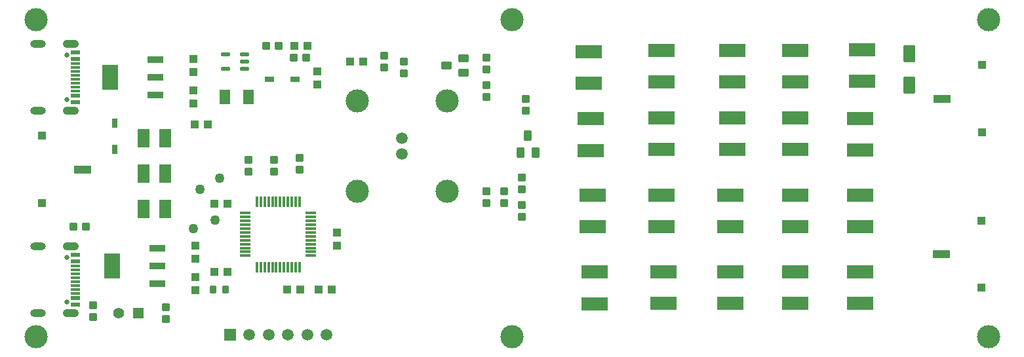
<source format=gbr>
%TF.GenerationSoftware,Altium Limited,Altium Designer,23.4.1 (23)*%
G04 Layer_Color=255*
%FSLAX45Y45*%
%MOMM*%
%TF.SameCoordinates,576A2805-CD40-4E5C-B7A3-750DB6231075*%
%TF.FilePolarity,Positive*%
%TF.FileFunction,Pads,Top*%
%TF.Part,Single*%
G01*
G75*
%TA.AperFunction,SMDPad,CuDef*%
%ADD10R,1.00000X1.10000*%
%ADD11R,3.51000X1.71000*%
%ADD12R,1.10000X1.00000*%
%ADD13R,1.00000X1.00000*%
%TA.AperFunction,ConnectorPad*%
%ADD14R,2.30000X1.00000*%
%TA.AperFunction,SMDPad,CuDef*%
G04:AMPARAMS|DCode=15|XSize=0.94mm|YSize=1.02mm|CornerRadius=0.094mm|HoleSize=0mm|Usage=FLASHONLY|Rotation=270.000|XOffset=0mm|YOffset=0mm|HoleType=Round|Shape=RoundedRectangle|*
%AMROUNDEDRECTD15*
21,1,0.94000,0.83200,0,0,270.0*
21,1,0.75200,1.02000,0,0,270.0*
1,1,0.18800,-0.41600,-0.37600*
1,1,0.18800,-0.41600,0.37600*
1,1,0.18800,0.41600,0.37600*
1,1,0.18800,0.41600,-0.37600*
%
%ADD15ROUNDEDRECTD15*%
G04:AMPARAMS|DCode=16|XSize=0.94mm|YSize=1.02mm|CornerRadius=0.094mm|HoleSize=0mm|Usage=FLASHONLY|Rotation=180.000|XOffset=0mm|YOffset=0mm|HoleType=Round|Shape=RoundedRectangle|*
%AMROUNDEDRECTD16*
21,1,0.94000,0.83200,0,0,180.0*
21,1,0.75200,1.02000,0,0,180.0*
1,1,0.18800,-0.37600,0.41600*
1,1,0.18800,0.37600,0.41600*
1,1,0.18800,0.37600,-0.41600*
1,1,0.18800,-0.37600,-0.41600*
%
%ADD16ROUNDEDRECTD16*%
G04:AMPARAMS|DCode=17|XSize=1mm|YSize=1.4mm|CornerRadius=0.15mm|HoleSize=0mm|Usage=FLASHONLY|Rotation=90.000|XOffset=0mm|YOffset=0mm|HoleType=Round|Shape=RoundedRectangle|*
%AMROUNDEDRECTD17*
21,1,1.00000,1.10000,0,0,90.0*
21,1,0.70000,1.40000,0,0,90.0*
1,1,0.30000,0.55000,0.35000*
1,1,0.30000,0.55000,-0.35000*
1,1,0.30000,-0.55000,-0.35000*
1,1,0.30000,-0.55000,0.35000*
%
%ADD17ROUNDEDRECTD17*%
%ADD18R,1.60000X2.40000*%
%ADD19C,1.27000*%
%ADD20R,1.15000X0.30000*%
%ADD21R,1.15000X0.60000*%
%ADD22R,2.15000X0.95000*%
%ADD23R,2.15000X3.25000*%
G04:AMPARAMS|DCode=24|XSize=1mm|YSize=1.4mm|CornerRadius=0.15mm|HoleSize=0mm|Usage=FLASHONLY|Rotation=0.000|XOffset=0mm|YOffset=0mm|HoleType=Round|Shape=RoundedRectangle|*
%AMROUNDEDRECTD24*
21,1,1.00000,1.10000,0,0,0.0*
21,1,0.70000,1.40000,0,0,0.0*
1,1,0.30000,0.35000,-0.55000*
1,1,0.30000,-0.35000,-0.55000*
1,1,0.30000,-0.35000,0.55000*
1,1,0.30000,0.35000,0.55000*
%
%ADD24ROUNDEDRECTD24*%
G04:AMPARAMS|DCode=25|XSize=1.21mm|YSize=0.73mm|CornerRadius=0.09125mm|HoleSize=0mm|Usage=FLASHONLY|Rotation=90.000|XOffset=0mm|YOffset=0mm|HoleType=Round|Shape=RoundedRectangle|*
%AMROUNDEDRECTD25*
21,1,1.21000,0.54750,0,0,90.0*
21,1,1.02750,0.73000,0,0,90.0*
1,1,0.18250,0.27375,0.51375*
1,1,0.18250,0.27375,-0.51375*
1,1,0.18250,-0.27375,-0.51375*
1,1,0.18250,-0.27375,0.51375*
%
%ADD25ROUNDEDRECTD25*%
G04:AMPARAMS|DCode=26|XSize=0.9mm|YSize=0.97mm|CornerRadius=0.135mm|HoleSize=0mm|Usage=FLASHONLY|Rotation=0.000|XOffset=0mm|YOffset=0mm|HoleType=Round|Shape=RoundedRectangle|*
%AMROUNDEDRECTD26*
21,1,0.90000,0.70000,0,0,0.0*
21,1,0.63000,0.97000,0,0,0.0*
1,1,0.27000,0.31500,-0.35000*
1,1,0.27000,-0.31500,-0.35000*
1,1,0.27000,-0.31500,0.35000*
1,1,0.27000,0.31500,0.35000*
%
%ADD26ROUNDEDRECTD26*%
%ADD27R,1.47500X0.30000*%
%ADD28R,0.30000X1.47500*%
%ADD29R,1.21000X0.72000*%
%ADD30R,1.41000X1.91000*%
G04:AMPARAMS|DCode=31|XSize=1.21mm|YSize=0.59mm|CornerRadius=0.1475mm|HoleSize=0mm|Usage=FLASHONLY|Rotation=180.000|XOffset=0mm|YOffset=0mm|HoleType=Round|Shape=RoundedRectangle|*
%AMROUNDEDRECTD31*
21,1,1.21000,0.29500,0,0,180.0*
21,1,0.91500,0.59000,0,0,180.0*
1,1,0.29500,-0.45750,0.14750*
1,1,0.29500,0.45750,0.14750*
1,1,0.29500,0.45750,-0.14750*
1,1,0.29500,-0.45750,-0.14750*
%
%ADD31ROUNDEDRECTD31*%
G04:AMPARAMS|DCode=32|XSize=2.21mm|YSize=1.53mm|CornerRadius=0.11475mm|HoleSize=0mm|Usage=FLASHONLY|Rotation=270.000|XOffset=0mm|YOffset=0mm|HoleType=Round|Shape=RoundedRectangle|*
%AMROUNDEDRECTD32*
21,1,2.21000,1.30050,0,0,270.0*
21,1,1.98050,1.53000,0,0,270.0*
1,1,0.22950,-0.65025,-0.99025*
1,1,0.22950,-0.65025,0.99025*
1,1,0.22950,0.65025,0.99025*
1,1,0.22950,0.65025,-0.99025*
%
%ADD32ROUNDEDRECTD32*%
%TA.AperFunction,ComponentPad*%
%ADD36C,3.00000*%
%ADD37C,1.50000*%
%TA.AperFunction,ViaPad*%
%ADD38C,3.00000*%
%TA.AperFunction,ComponentPad*%
%ADD39C,0.65000*%
%ADD40O,2.10000X1.05000*%
%ADD41O,2.00000X1.00000*%
%ADD42C,1.50800*%
%ADD43R,1.50800X1.50800*%
%ADD44C,1.39700*%
%ADD45R,1.39700X1.39700*%
D10*
X4141000Y1551401D02*
D03*
Y1381400D02*
D03*
X3886200Y3462200D02*
D03*
Y3632200D02*
D03*
X2311400Y1210400D02*
D03*
Y1380400D02*
D03*
X2286000Y3793400D02*
D03*
Y3623400D02*
D03*
Y3387000D02*
D03*
Y3217000D02*
D03*
X2311400Y974000D02*
D03*
Y804000D02*
D03*
D11*
X10058400Y2033800D02*
D03*
Y1623800D02*
D03*
X7467600Y627800D02*
D03*
Y1037800D02*
D03*
X10058400Y1041400D02*
D03*
Y631400D02*
D03*
X10896600Y1043200D02*
D03*
Y633200D02*
D03*
X9220200Y1043200D02*
D03*
Y633200D02*
D03*
X8356600Y1043200D02*
D03*
Y633200D02*
D03*
X10896600Y1623800D02*
D03*
Y2033800D02*
D03*
X9220200Y1623800D02*
D03*
Y2033800D02*
D03*
X8331200Y1623800D02*
D03*
Y2033800D02*
D03*
X7442200Y1623800D02*
D03*
Y2033800D02*
D03*
X10896600Y3024400D02*
D03*
Y2614400D02*
D03*
X10058400Y3034400D02*
D03*
Y2624400D02*
D03*
X9245600Y3034400D02*
D03*
Y2624400D02*
D03*
X8331200Y3034400D02*
D03*
Y2624400D02*
D03*
X7416800Y3019000D02*
D03*
Y2609000D02*
D03*
X10922000Y3503400D02*
D03*
Y3913400D02*
D03*
X10058400Y3493400D02*
D03*
Y3903400D02*
D03*
X9245600Y3493400D02*
D03*
Y3903400D02*
D03*
X8331200Y3493400D02*
D03*
Y3903400D02*
D03*
X7391400Y3478000D02*
D03*
Y3888000D02*
D03*
D12*
X2725000Y1920000D02*
D03*
X2555000D02*
D03*
X4479200Y3759200D02*
D03*
X4309200D02*
D03*
X4072800Y812800D02*
D03*
X3902800D02*
D03*
X3496400D02*
D03*
X3666400D02*
D03*
X2726600Y1041400D02*
D03*
X2556600D02*
D03*
X2472600Y2946400D02*
D03*
X2302600D02*
D03*
X3759200Y3962400D02*
D03*
X3589200D02*
D03*
D13*
X12461200Y1704000D02*
D03*
Y836000D02*
D03*
X12471400Y3712800D02*
D03*
Y2844800D02*
D03*
X330200Y2798400D02*
D03*
Y1930400D02*
D03*
D14*
X11941200Y1270000D02*
D03*
X11951400Y3278800D02*
D03*
X850200Y2364400D02*
D03*
D15*
X4749800Y3836400D02*
D03*
Y3678400D02*
D03*
X5003800Y3762000D02*
D03*
Y3604000D02*
D03*
X6527800Y1749800D02*
D03*
Y1907800D02*
D03*
X6299200Y1927600D02*
D03*
Y2085600D02*
D03*
X6070600D02*
D03*
Y1927600D02*
D03*
X6527800Y2105400D02*
D03*
Y2263400D02*
D03*
X6578600Y3121400D02*
D03*
Y3279400D02*
D03*
X6070600Y3812800D02*
D03*
Y3654800D02*
D03*
Y3299200D02*
D03*
Y3457200D02*
D03*
X990600Y612400D02*
D03*
Y454400D02*
D03*
X1930400Y587000D02*
D03*
Y429000D02*
D03*
X2997200Y2334000D02*
D03*
Y2492000D02*
D03*
X3327400Y2332200D02*
D03*
Y2490200D02*
D03*
X3657600Y2359400D02*
D03*
Y2517400D02*
D03*
D16*
X3381000Y3962400D02*
D03*
X3223000D02*
D03*
X3578600Y3810000D02*
D03*
X3736600D02*
D03*
X891800Y1625600D02*
D03*
X733800D02*
D03*
D17*
X5774200Y3613400D02*
D03*
Y3803400D02*
D03*
X5554200Y3708400D02*
D03*
D18*
X1635500Y1854200D02*
D03*
X1920500D02*
D03*
X1635500Y2311400D02*
D03*
X1920500D02*
D03*
Y2768600D02*
D03*
X1635500D02*
D03*
D19*
X2560000Y1710000D02*
D03*
X2370000Y2110000D02*
D03*
X2620000Y2250000D02*
D03*
X2286000Y1600200D02*
D03*
D20*
X754900Y1114800D02*
D03*
Y1064800D02*
D03*
Y1014800D02*
D03*
Y764800D02*
D03*
Y814800D02*
D03*
Y864800D02*
D03*
Y964800D02*
D03*
Y914800D02*
D03*
Y3731000D02*
D03*
Y3681000D02*
D03*
Y3631000D02*
D03*
Y3381000D02*
D03*
Y3431000D02*
D03*
Y3481000D02*
D03*
Y3581000D02*
D03*
Y3531000D02*
D03*
D21*
Y699800D02*
D03*
Y1179800D02*
D03*
Y619800D02*
D03*
Y1259800D02*
D03*
Y3316000D02*
D03*
Y3796000D02*
D03*
Y3236000D02*
D03*
Y3876000D02*
D03*
D22*
X1814000Y887600D02*
D03*
Y1117600D02*
D03*
Y1347600D02*
D03*
X1788600Y3326000D02*
D03*
Y3556000D02*
D03*
Y3786000D02*
D03*
D23*
X1234000Y1117600D02*
D03*
X1208600Y3556000D02*
D03*
D24*
X6509000Y2582400D02*
D03*
X6699000D02*
D03*
X6604000Y2802400D02*
D03*
D25*
X1270000Y2962000D02*
D03*
Y2626000D02*
D03*
D26*
X2537700Y812800D02*
D03*
X2694700D02*
D03*
D27*
X3802000Y1249000D02*
D03*
Y1299000D02*
D03*
Y1349000D02*
D03*
Y1399000D02*
D03*
Y1449000D02*
D03*
Y1499000D02*
D03*
Y1549000D02*
D03*
Y1599000D02*
D03*
Y1649000D02*
D03*
Y1699000D02*
D03*
Y1749000D02*
D03*
Y1799000D02*
D03*
X2954400D02*
D03*
Y1749000D02*
D03*
Y1699000D02*
D03*
Y1649000D02*
D03*
Y1599000D02*
D03*
Y1549000D02*
D03*
Y1499000D02*
D03*
Y1449000D02*
D03*
Y1399000D02*
D03*
Y1349000D02*
D03*
Y1299000D02*
D03*
Y1249000D02*
D03*
D28*
X3653200Y1947800D02*
D03*
X3603200D02*
D03*
X3553200D02*
D03*
X3503200D02*
D03*
X3453200D02*
D03*
X3403200D02*
D03*
X3353200D02*
D03*
X3303200D02*
D03*
X3253200D02*
D03*
X3203200D02*
D03*
X3153200D02*
D03*
X3103200D02*
D03*
Y1100200D02*
D03*
X3153200D02*
D03*
X3203200D02*
D03*
X3253200D02*
D03*
X3303200D02*
D03*
X3353200D02*
D03*
X3403200D02*
D03*
X3453200D02*
D03*
X3503200D02*
D03*
X3553200D02*
D03*
X3603200D02*
D03*
X3653200D02*
D03*
D29*
X3597000Y3530600D02*
D03*
X3261000D02*
D03*
D30*
X2993400Y3302000D02*
D03*
X2692400D02*
D03*
D31*
X2944900Y3664200D02*
D03*
Y3759200D02*
D03*
Y3854200D02*
D03*
X2693900D02*
D03*
Y3664200D02*
D03*
D32*
X11531600Y3862600D02*
D03*
Y3452600D02*
D03*
D36*
X4395400Y2082400D02*
D03*
Y3249400D02*
D03*
X5562400Y2082400D02*
D03*
Y3249400D02*
D03*
D37*
X4978400Y2766400D02*
D03*
Y2565400D02*
D03*
D38*
X6400000Y4300000D02*
D03*
Y200000D02*
D03*
X250000Y4300000D02*
D03*
X12550000Y200000D02*
D03*
X250000D02*
D03*
X12550000Y4300000D02*
D03*
D39*
X647400Y1228800D02*
D03*
Y650800D02*
D03*
Y3845000D02*
D03*
Y3267000D02*
D03*
D40*
X697400Y507800D02*
D03*
Y1371800D02*
D03*
Y3124000D02*
D03*
Y3988000D02*
D03*
D41*
X279400Y507800D02*
D03*
Y1371800D02*
D03*
Y3124000D02*
D03*
Y3988000D02*
D03*
D42*
X4005200Y228600D02*
D03*
X3755200D02*
D03*
X3505200D02*
D03*
X3255200D02*
D03*
X3005200D02*
D03*
D43*
X2755200D02*
D03*
D44*
X1320800Y508000D02*
D03*
D45*
X1574800D02*
D03*
%TF.MD5,b3e7d4094a5c90cb31ee99e9e18d6ca9*%
M02*

</source>
